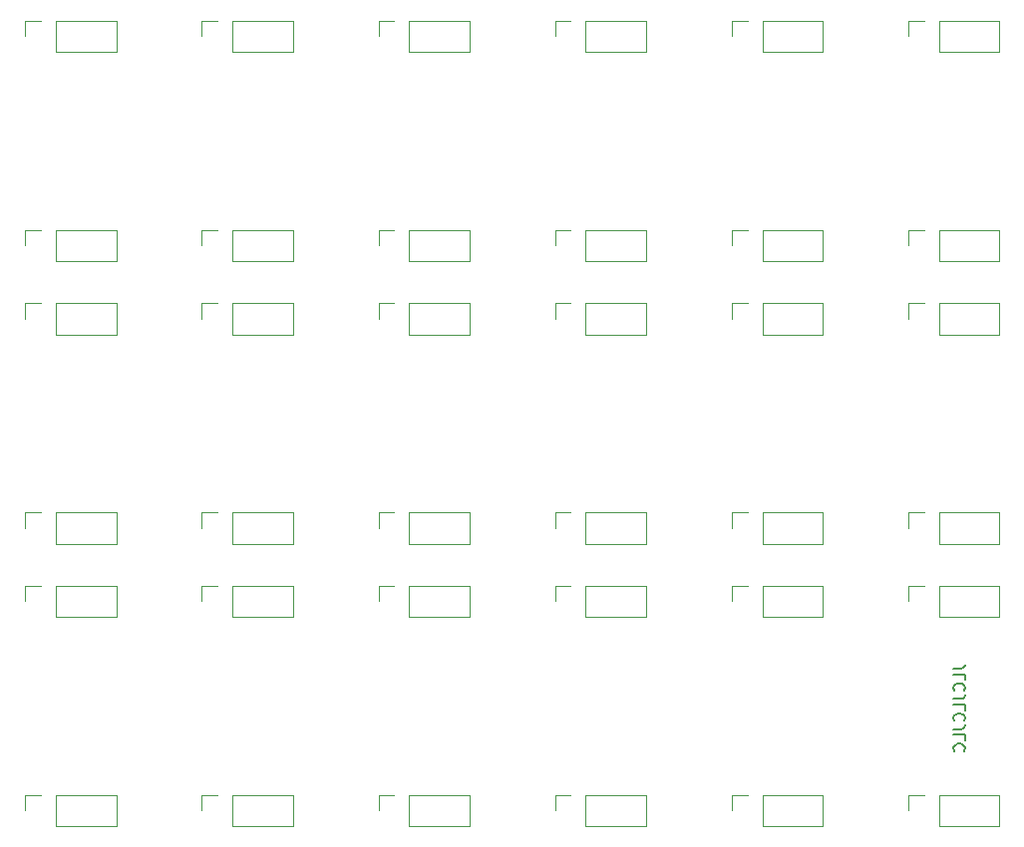
<source format=gbr>
%TF.GenerationSoftware,KiCad,Pcbnew,(6.0.0-0)*%
%TF.CreationDate,2022-11-22T11:37:48-05:00*%
%TF.ProjectId,Breakout-Potentiometer-Panel,42726561-6b6f-4757-942d-506f74656e74,rev?*%
%TF.SameCoordinates,Original*%
%TF.FileFunction,Legend,Bot*%
%TF.FilePolarity,Positive*%
%FSLAX46Y46*%
G04 Gerber Fmt 4.6, Leading zero omitted, Abs format (unit mm)*
G04 Created by KiCad (PCBNEW (6.0.0-0)) date 2022-11-22 11:37:48*
%MOMM*%
%LPD*%
G01*
G04 APERTURE LIST*
%ADD10C,0.150000*%
%ADD11C,0.120000*%
G04 APERTURE END LIST*
D10*
X174452380Y-111666666D02*
X175166666Y-111666666D01*
X175309523Y-111619047D01*
X175404761Y-111523809D01*
X175452380Y-111380952D01*
X175452380Y-111285714D01*
X175452380Y-112619047D02*
X175452380Y-112142857D01*
X174452380Y-112142857D01*
X175357142Y-113523809D02*
X175404761Y-113476190D01*
X175452380Y-113333333D01*
X175452380Y-113238095D01*
X175404761Y-113095238D01*
X175309523Y-113000000D01*
X175214285Y-112952380D01*
X175023809Y-112904761D01*
X174880952Y-112904761D01*
X174690476Y-112952380D01*
X174595238Y-113000000D01*
X174500000Y-113095238D01*
X174452380Y-113238095D01*
X174452380Y-113333333D01*
X174500000Y-113476190D01*
X174547619Y-113523809D01*
X174452380Y-114238095D02*
X175166666Y-114238095D01*
X175309523Y-114190476D01*
X175404761Y-114095238D01*
X175452380Y-113952380D01*
X175452380Y-113857142D01*
X175452380Y-115190476D02*
X175452380Y-114714285D01*
X174452380Y-114714285D01*
X175357142Y-116095238D02*
X175404761Y-116047619D01*
X175452380Y-115904761D01*
X175452380Y-115809523D01*
X175404761Y-115666666D01*
X175309523Y-115571428D01*
X175214285Y-115523809D01*
X175023809Y-115476190D01*
X174880952Y-115476190D01*
X174690476Y-115523809D01*
X174595238Y-115571428D01*
X174500000Y-115666666D01*
X174452380Y-115809523D01*
X174452380Y-115904761D01*
X174500000Y-116047619D01*
X174547619Y-116095238D01*
X174452380Y-116809523D02*
X175166666Y-116809523D01*
X175309523Y-116761904D01*
X175404761Y-116666666D01*
X175452380Y-116523809D01*
X175452380Y-116428571D01*
X175452380Y-117761904D02*
X175452380Y-117285714D01*
X174452380Y-117285714D01*
X175357142Y-118666666D02*
X175404761Y-118619047D01*
X175452380Y-118476190D01*
X175452380Y-118380952D01*
X175404761Y-118238095D01*
X175309523Y-118142857D01*
X175214285Y-118095238D01*
X175023809Y-118047619D01*
X174880952Y-118047619D01*
X174690476Y-118095238D01*
X174595238Y-118142857D01*
X174500000Y-118238095D01*
X174452380Y-118380952D01*
X174452380Y-118476190D01*
X174500000Y-118619047D01*
X174547619Y-118666666D01*
D11*
%TO.C,J7*%
X143245000Y-56604000D02*
X148385000Y-56604000D01*
X148385000Y-56604000D02*
X148385000Y-59264000D01*
X143245000Y-59264000D02*
X148385000Y-59264000D01*
X141975000Y-56604000D02*
X140645000Y-56604000D01*
X143245000Y-56604000D02*
X143245000Y-59264000D01*
X140645000Y-56604000D02*
X140645000Y-57934000D01*
%TO.C,J16*%
X113245000Y-98384000D02*
X113245000Y-101044000D01*
X118385000Y-98384000D02*
X118385000Y-101044000D01*
X111975000Y-98384000D02*
X110645000Y-98384000D01*
X110645000Y-98384000D02*
X110645000Y-99714000D01*
X113245000Y-101044000D02*
X118385000Y-101044000D01*
X113245000Y-98384000D02*
X118385000Y-98384000D01*
%TO.C,J25*%
X98245000Y-104604000D02*
X103385000Y-104604000D01*
X98245000Y-107264000D02*
X103385000Y-107264000D01*
X98245000Y-104604000D02*
X98245000Y-107264000D01*
X103385000Y-104604000D02*
X103385000Y-107264000D01*
X95645000Y-104604000D02*
X95645000Y-105934000D01*
X96975000Y-104604000D02*
X95645000Y-104604000D01*
%TO.C,J8*%
X143245000Y-74384000D02*
X143245000Y-77044000D01*
X143245000Y-77044000D02*
X148385000Y-77044000D01*
X140645000Y-74384000D02*
X140645000Y-75714000D01*
X141975000Y-74384000D02*
X140645000Y-74384000D01*
X143245000Y-74384000D02*
X148385000Y-74384000D01*
X148385000Y-74384000D02*
X148385000Y-77044000D01*
%TO.C,J35*%
X171975000Y-104604000D02*
X170645000Y-104604000D01*
X173245000Y-104604000D02*
X178385000Y-104604000D01*
X170645000Y-104604000D02*
X170645000Y-105934000D01*
X173245000Y-104604000D02*
X173245000Y-107264000D01*
X173245000Y-107264000D02*
X178385000Y-107264000D01*
X178385000Y-104604000D02*
X178385000Y-107264000D01*
%TO.C,J30*%
X126975000Y-122384000D02*
X125645000Y-122384000D01*
X128245000Y-122384000D02*
X133385000Y-122384000D01*
X128245000Y-122384000D02*
X128245000Y-125044000D01*
X125645000Y-122384000D02*
X125645000Y-123714000D01*
X133385000Y-122384000D02*
X133385000Y-125044000D01*
X128245000Y-125044000D02*
X133385000Y-125044000D01*
%TO.C,J32*%
X143245000Y-122384000D02*
X143245000Y-125044000D01*
X143245000Y-125044000D02*
X148385000Y-125044000D01*
X143245000Y-122384000D02*
X148385000Y-122384000D01*
X140645000Y-122384000D02*
X140645000Y-123714000D01*
X148385000Y-122384000D02*
X148385000Y-125044000D01*
X141975000Y-122384000D02*
X140645000Y-122384000D01*
%TO.C,J6*%
X128245000Y-74384000D02*
X128245000Y-77044000D01*
X133385000Y-74384000D02*
X133385000Y-77044000D01*
X126975000Y-74384000D02*
X125645000Y-74384000D01*
X125645000Y-74384000D02*
X125645000Y-75714000D01*
X128245000Y-74384000D02*
X133385000Y-74384000D01*
X128245000Y-77044000D02*
X133385000Y-77044000D01*
%TO.C,J12*%
X170645000Y-74384000D02*
X170645000Y-75714000D01*
X173245000Y-74384000D02*
X178385000Y-74384000D01*
X173245000Y-74384000D02*
X173245000Y-77044000D01*
X178385000Y-74384000D02*
X178385000Y-77044000D01*
X171975000Y-74384000D02*
X170645000Y-74384000D01*
X173245000Y-77044000D02*
X178385000Y-77044000D01*
%TO.C,J4*%
X113245000Y-74384000D02*
X113245000Y-77044000D01*
X113245000Y-74384000D02*
X118385000Y-74384000D01*
X118385000Y-74384000D02*
X118385000Y-77044000D01*
X113245000Y-77044000D02*
X118385000Y-77044000D01*
X110645000Y-74384000D02*
X110645000Y-75714000D01*
X111975000Y-74384000D02*
X110645000Y-74384000D01*
%TO.C,J3*%
X118385000Y-56604000D02*
X118385000Y-59264000D01*
X110645000Y-56604000D02*
X110645000Y-57934000D01*
X113245000Y-56604000D02*
X113245000Y-59264000D01*
X111975000Y-56604000D02*
X110645000Y-56604000D01*
X113245000Y-56604000D02*
X118385000Y-56604000D01*
X113245000Y-59264000D02*
X118385000Y-59264000D01*
%TO.C,J28*%
X113245000Y-122384000D02*
X118385000Y-122384000D01*
X113245000Y-122384000D02*
X113245000Y-125044000D01*
X110645000Y-122384000D02*
X110645000Y-123714000D01*
X111975000Y-122384000D02*
X110645000Y-122384000D01*
X118385000Y-122384000D02*
X118385000Y-125044000D01*
X113245000Y-125044000D02*
X118385000Y-125044000D01*
%TO.C,J11*%
X171975000Y-56604000D02*
X170645000Y-56604000D01*
X178385000Y-56604000D02*
X178385000Y-59264000D01*
X173245000Y-56604000D02*
X178385000Y-56604000D01*
X173245000Y-59264000D02*
X178385000Y-59264000D01*
X173245000Y-56604000D02*
X173245000Y-59264000D01*
X170645000Y-56604000D02*
X170645000Y-57934000D01*
%TO.C,J14*%
X98245000Y-98384000D02*
X103385000Y-98384000D01*
X96975000Y-98384000D02*
X95645000Y-98384000D01*
X98245000Y-101044000D02*
X103385000Y-101044000D01*
X103385000Y-98384000D02*
X103385000Y-101044000D01*
X98245000Y-98384000D02*
X98245000Y-101044000D01*
X95645000Y-98384000D02*
X95645000Y-99714000D01*
%TO.C,J18*%
X126975000Y-98384000D02*
X125645000Y-98384000D01*
X133385000Y-98384000D02*
X133385000Y-101044000D01*
X128245000Y-98384000D02*
X133385000Y-98384000D01*
X128245000Y-101044000D02*
X133385000Y-101044000D01*
X128245000Y-98384000D02*
X128245000Y-101044000D01*
X125645000Y-98384000D02*
X125645000Y-99714000D01*
%TO.C,J17*%
X128245000Y-83264000D02*
X133385000Y-83264000D01*
X128245000Y-80604000D02*
X133385000Y-80604000D01*
X125645000Y-80604000D02*
X125645000Y-81934000D01*
X133385000Y-80604000D02*
X133385000Y-83264000D01*
X126975000Y-80604000D02*
X125645000Y-80604000D01*
X128245000Y-80604000D02*
X128245000Y-83264000D01*
%TO.C,J22*%
X163385000Y-98384000D02*
X163385000Y-101044000D01*
X158245000Y-98384000D02*
X163385000Y-98384000D01*
X155645000Y-98384000D02*
X155645000Y-99714000D01*
X158245000Y-98384000D02*
X158245000Y-101044000D01*
X156975000Y-98384000D02*
X155645000Y-98384000D01*
X158245000Y-101044000D02*
X163385000Y-101044000D01*
%TO.C,J23*%
X170645000Y-80604000D02*
X170645000Y-81934000D01*
X173245000Y-83264000D02*
X178385000Y-83264000D01*
X178385000Y-80604000D02*
X178385000Y-83264000D01*
X173245000Y-80604000D02*
X178385000Y-80604000D01*
X173245000Y-80604000D02*
X173245000Y-83264000D01*
X171975000Y-80604000D02*
X170645000Y-80604000D01*
%TO.C,J34*%
X155645000Y-122384000D02*
X155645000Y-123714000D01*
X163385000Y-122384000D02*
X163385000Y-125044000D01*
X158245000Y-122384000D02*
X158245000Y-125044000D01*
X156975000Y-122384000D02*
X155645000Y-122384000D01*
X158245000Y-125044000D02*
X163385000Y-125044000D01*
X158245000Y-122384000D02*
X163385000Y-122384000D01*
%TO.C,J1*%
X96975000Y-56604000D02*
X95645000Y-56604000D01*
X98245000Y-59264000D02*
X103385000Y-59264000D01*
X103385000Y-56604000D02*
X103385000Y-59264000D01*
X95645000Y-56604000D02*
X95645000Y-57934000D01*
X98245000Y-56604000D02*
X98245000Y-59264000D01*
X98245000Y-56604000D02*
X103385000Y-56604000D01*
%TO.C,J36*%
X170645000Y-122384000D02*
X170645000Y-123714000D01*
X173245000Y-122384000D02*
X173245000Y-125044000D01*
X173245000Y-122384000D02*
X178385000Y-122384000D01*
X178385000Y-122384000D02*
X178385000Y-125044000D01*
X171975000Y-122384000D02*
X170645000Y-122384000D01*
X173245000Y-125044000D02*
X178385000Y-125044000D01*
%TO.C,J15*%
X113245000Y-80604000D02*
X113245000Y-83264000D01*
X113245000Y-83264000D02*
X118385000Y-83264000D01*
X110645000Y-80604000D02*
X110645000Y-81934000D01*
X111975000Y-80604000D02*
X110645000Y-80604000D01*
X113245000Y-80604000D02*
X118385000Y-80604000D01*
X118385000Y-80604000D02*
X118385000Y-83264000D01*
%TO.C,J2*%
X95645000Y-74384000D02*
X95645000Y-75714000D01*
X98245000Y-74384000D02*
X103385000Y-74384000D01*
X103385000Y-74384000D02*
X103385000Y-77044000D01*
X96975000Y-74384000D02*
X95645000Y-74384000D01*
X98245000Y-77044000D02*
X103385000Y-77044000D01*
X98245000Y-74384000D02*
X98245000Y-77044000D01*
%TO.C,J13*%
X98245000Y-83264000D02*
X103385000Y-83264000D01*
X103385000Y-80604000D02*
X103385000Y-83264000D01*
X98245000Y-80604000D02*
X103385000Y-80604000D01*
X98245000Y-80604000D02*
X98245000Y-83264000D01*
X95645000Y-80604000D02*
X95645000Y-81934000D01*
X96975000Y-80604000D02*
X95645000Y-80604000D01*
%TO.C,J24*%
X173245000Y-98384000D02*
X173245000Y-101044000D01*
X171975000Y-98384000D02*
X170645000Y-98384000D01*
X178385000Y-98384000D02*
X178385000Y-101044000D01*
X173245000Y-101044000D02*
X178385000Y-101044000D01*
X173245000Y-98384000D02*
X178385000Y-98384000D01*
X170645000Y-98384000D02*
X170645000Y-99714000D01*
%TO.C,J29*%
X128245000Y-104604000D02*
X133385000Y-104604000D01*
X125645000Y-104604000D02*
X125645000Y-105934000D01*
X128245000Y-104604000D02*
X128245000Y-107264000D01*
X133385000Y-104604000D02*
X133385000Y-107264000D01*
X128245000Y-107264000D02*
X133385000Y-107264000D01*
X126975000Y-104604000D02*
X125645000Y-104604000D01*
%TO.C,J19*%
X148385000Y-80604000D02*
X148385000Y-83264000D01*
X143245000Y-83264000D02*
X148385000Y-83264000D01*
X143245000Y-80604000D02*
X143245000Y-83264000D01*
X140645000Y-80604000D02*
X140645000Y-81934000D01*
X141975000Y-80604000D02*
X140645000Y-80604000D01*
X143245000Y-80604000D02*
X148385000Y-80604000D01*
%TO.C,J20*%
X143245000Y-98384000D02*
X143245000Y-101044000D01*
X148385000Y-98384000D02*
X148385000Y-101044000D01*
X140645000Y-98384000D02*
X140645000Y-99714000D01*
X143245000Y-101044000D02*
X148385000Y-101044000D01*
X143245000Y-98384000D02*
X148385000Y-98384000D01*
X141975000Y-98384000D02*
X140645000Y-98384000D01*
%TO.C,J27*%
X111975000Y-104604000D02*
X110645000Y-104604000D01*
X113245000Y-104604000D02*
X113245000Y-107264000D01*
X118385000Y-104604000D02*
X118385000Y-107264000D01*
X113245000Y-104604000D02*
X118385000Y-104604000D01*
X113245000Y-107264000D02*
X118385000Y-107264000D01*
X110645000Y-104604000D02*
X110645000Y-105934000D01*
%TO.C,J5*%
X128245000Y-59264000D02*
X133385000Y-59264000D01*
X128245000Y-56604000D02*
X133385000Y-56604000D01*
X126975000Y-56604000D02*
X125645000Y-56604000D01*
X128245000Y-56604000D02*
X128245000Y-59264000D01*
X133385000Y-56604000D02*
X133385000Y-59264000D01*
X125645000Y-56604000D02*
X125645000Y-57934000D01*
%TO.C,J10*%
X158245000Y-74384000D02*
X158245000Y-77044000D01*
X156975000Y-74384000D02*
X155645000Y-74384000D01*
X158245000Y-74384000D02*
X163385000Y-74384000D01*
X158245000Y-77044000D02*
X163385000Y-77044000D01*
X155645000Y-74384000D02*
X155645000Y-75714000D01*
X163385000Y-74384000D02*
X163385000Y-77044000D01*
%TO.C,J33*%
X158245000Y-104604000D02*
X158245000Y-107264000D01*
X158245000Y-104604000D02*
X163385000Y-104604000D01*
X156975000Y-104604000D02*
X155645000Y-104604000D01*
X155645000Y-104604000D02*
X155645000Y-105934000D01*
X158245000Y-107264000D02*
X163385000Y-107264000D01*
X163385000Y-104604000D02*
X163385000Y-107264000D01*
%TO.C,J9*%
X158245000Y-56604000D02*
X158245000Y-59264000D01*
X158245000Y-59264000D02*
X163385000Y-59264000D01*
X163385000Y-56604000D02*
X163385000Y-59264000D01*
X156975000Y-56604000D02*
X155645000Y-56604000D01*
X155645000Y-56604000D02*
X155645000Y-57934000D01*
X158245000Y-56604000D02*
X163385000Y-56604000D01*
%TO.C,J26*%
X96975000Y-122384000D02*
X95645000Y-122384000D01*
X98245000Y-125044000D02*
X103385000Y-125044000D01*
X98245000Y-122384000D02*
X103385000Y-122384000D01*
X98245000Y-122384000D02*
X98245000Y-125044000D01*
X95645000Y-122384000D02*
X95645000Y-123714000D01*
X103385000Y-122384000D02*
X103385000Y-125044000D01*
%TO.C,J31*%
X143245000Y-104604000D02*
X143245000Y-107264000D01*
X143245000Y-107264000D02*
X148385000Y-107264000D01*
X140645000Y-104604000D02*
X140645000Y-105934000D01*
X141975000Y-104604000D02*
X140645000Y-104604000D01*
X143245000Y-104604000D02*
X148385000Y-104604000D01*
X148385000Y-104604000D02*
X148385000Y-107264000D01*
%TO.C,J21*%
X155645000Y-80604000D02*
X155645000Y-81934000D01*
X158245000Y-80604000D02*
X158245000Y-83264000D01*
X163385000Y-80604000D02*
X163385000Y-83264000D01*
X156975000Y-80604000D02*
X155645000Y-80604000D01*
X158245000Y-83264000D02*
X163385000Y-83264000D01*
X158245000Y-80604000D02*
X163385000Y-80604000D01*
%TD*%
M02*

</source>
